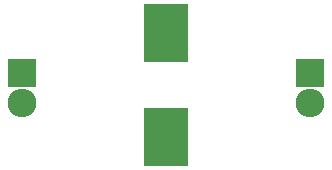
<source format=gbr>
G04 #@! TF.FileFunction,Soldermask,Bot*
%FSLAX46Y46*%
G04 Gerber Fmt 4.6, Leading zero omitted, Abs format (unit mm)*
G04 Created by KiCad (PCBNEW 4.0.2-stable) date Friday, April 15, 2016 'PMt' 05:49:26 PM*
%MOMM*%
G01*
G04 APERTURE LIST*
%ADD10C,0.100000*%
%ADD11R,3.699460X4.900880*%
%ADD12R,2.432000X2.432000*%
%ADD13O,2.432000X2.432000*%
G04 APERTURE END LIST*
D10*
D11*
X142240000Y-95166180D03*
X142240000Y-103969820D03*
D12*
X130048000Y-98552000D03*
D13*
X130048000Y-101092000D03*
D12*
X154432000Y-98552000D03*
D13*
X154432000Y-101092000D03*
M02*

</source>
